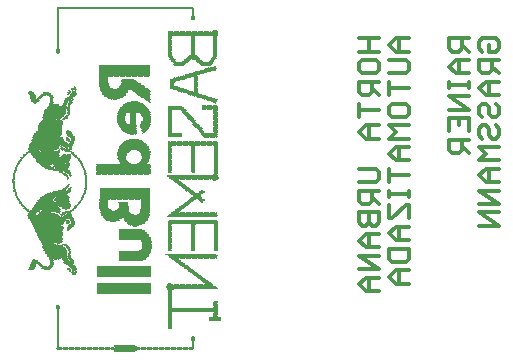
<source format=gbo>
G75*
G70*
%OFA0B0*%
%FSLAX24Y24*%
%IPPOS*%
%LPD*%
%AMOC8*
5,1,8,0,0,1.08239X$1,22.5*
%
%ADD10C,0.0120*%
%ADD11R,0.4560X0.0020*%
%ADD12R,0.4540X0.0020*%
%ADD13R,0.0060X0.0020*%
%ADD14R,0.0020X0.0020*%
%ADD15R,0.0040X0.0020*%
%ADD16R,0.0100X0.0020*%
%ADD17R,0.0120X0.0020*%
%ADD18R,0.0160X0.0020*%
%ADD19R,0.0140X0.0020*%
%ADD20R,0.0220X0.0020*%
%ADD21R,0.1620X0.0020*%
%ADD22R,0.1660X0.0020*%
%ADD23R,0.1640X0.0020*%
%ADD24R,0.0180X0.0020*%
%ADD25R,0.0280X0.0020*%
%ADD26R,0.0300X0.0020*%
%ADD27R,0.0360X0.0020*%
%ADD28R,0.0380X0.0020*%
%ADD29R,0.0420X0.0020*%
%ADD30R,0.0460X0.0020*%
%ADD31R,0.0480X0.0020*%
%ADD32R,0.0500X0.0020*%
%ADD33R,0.1700X0.0020*%
%ADD34R,0.0340X0.0020*%
%ADD35R,0.0200X0.0020*%
%ADD36R,0.0260X0.0020*%
%ADD37R,0.0320X0.0020*%
%ADD38R,0.0580X0.0020*%
%ADD39R,0.0400X0.0020*%
%ADD40R,0.0440X0.0020*%
%ADD41R,0.0520X0.0020*%
%ADD42R,0.0540X0.0020*%
%ADD43R,0.0560X0.0020*%
%ADD44R,0.0620X0.0020*%
%ADD45R,0.0660X0.0020*%
%ADD46R,0.0680X0.0020*%
%ADD47R,0.0700X0.0020*%
%ADD48R,0.0780X0.0020*%
%ADD49R,0.0800X0.0020*%
%ADD50R,0.0840X0.0020*%
%ADD51R,0.0880X0.0020*%
%ADD52R,0.0980X0.0020*%
%ADD53R,0.0600X0.0020*%
%ADD54R,0.0940X0.0020*%
%ADD55R,0.0920X0.0020*%
%ADD56R,0.0900X0.0020*%
%ADD57R,0.0080X0.0020*%
%ADD58R,0.0860X0.0020*%
%ADD59R,0.0820X0.0020*%
%ADD60R,0.0740X0.0020*%
%ADD61R,0.0640X0.0020*%
%ADD62R,0.1000X0.0020*%
%ADD63R,0.0720X0.0020*%
%ADD64R,0.1020X0.0020*%
%ADD65R,0.1040X0.0020*%
%ADD66R,0.1080X0.0020*%
%ADD67R,0.0240X0.0020*%
%ADD68R,0.0760X0.0020*%
%ADD69R,0.1060X0.0020*%
%ADD70R,0.1100X0.0020*%
%ADD71R,0.1140X0.0020*%
%ADD72R,0.1180X0.0020*%
%ADD73R,0.1220X0.0020*%
%ADD74R,0.1280X0.0020*%
%ADD75R,0.1440X0.0020*%
%ADD76R,0.0960X0.0020*%
%ADD77R,0.1240X0.0020*%
%ADD78R,0.1160X0.0020*%
%ADD79R,0.1120X0.0020*%
%ADD80R,0.1800X0.0020*%
%ADD81R,0.1780X0.0020*%
%ADD82R,0.1680X0.0020*%
%ADD83R,0.1580X0.0020*%
%ADD84R,0.1560X0.0020*%
%ADD85R,0.1600X0.0020*%
%ADD86R,0.1540X0.0020*%
%ADD87R,0.1500X0.0020*%
%ADD88R,0.1260X0.0020*%
%ADD89R,0.4580X0.0020*%
D10*
X018412Y006318D02*
X018635Y006095D01*
X019080Y006095D01*
X018746Y006095D02*
X018746Y006540D01*
X018635Y006540D02*
X018412Y006318D01*
X018635Y006540D02*
X019080Y006540D01*
X019412Y006559D02*
X019635Y006337D01*
X020080Y006337D01*
X019746Y006337D02*
X019746Y006782D01*
X019635Y006782D02*
X019412Y006559D01*
X019635Y006782D02*
X020080Y006782D01*
X019969Y007062D02*
X019523Y007062D01*
X019412Y007173D01*
X019412Y007507D01*
X020080Y007507D01*
X020080Y007173D01*
X019969Y007062D01*
X019080Y007265D02*
X018412Y007265D01*
X019080Y006820D01*
X018412Y006820D01*
X018635Y007545D02*
X019080Y007545D01*
X018746Y007545D02*
X018746Y007990D01*
X018635Y007990D02*
X018412Y007768D01*
X018635Y007545D01*
X018635Y007990D02*
X019080Y007990D01*
X019412Y008009D02*
X019635Y007787D01*
X020080Y007787D01*
X019746Y007787D02*
X019746Y008232D01*
X019635Y008232D02*
X019412Y008009D01*
X019635Y008232D02*
X020080Y008232D01*
X020080Y008512D02*
X020080Y008957D01*
X019969Y008957D01*
X019523Y008512D01*
X019412Y008512D01*
X019412Y008957D01*
X019080Y008995D02*
X018857Y009218D01*
X018857Y009106D02*
X018857Y009440D01*
X019080Y009440D02*
X018412Y009440D01*
X018412Y009106D01*
X018523Y008995D01*
X018746Y008995D01*
X018857Y009106D01*
X018746Y008715D02*
X018746Y008381D01*
X018857Y008270D01*
X018969Y008270D01*
X019080Y008381D01*
X019080Y008715D01*
X018412Y008715D01*
X018412Y008381D01*
X018523Y008270D01*
X018635Y008270D01*
X018746Y008381D01*
X019412Y009218D02*
X019412Y009440D01*
X019412Y009329D02*
X020080Y009329D01*
X020080Y009440D02*
X020080Y009218D01*
X019412Y009720D02*
X019412Y010165D01*
X019412Y009943D02*
X020080Y009943D01*
X020080Y010445D02*
X019635Y010445D01*
X019412Y010668D01*
X019635Y010890D01*
X020080Y010890D01*
X020080Y011170D02*
X019412Y011170D01*
X019635Y011393D01*
X019412Y011615D01*
X020080Y011615D01*
X019969Y011895D02*
X019523Y011895D01*
X019412Y012007D01*
X019412Y012229D01*
X019523Y012340D01*
X019969Y012340D01*
X020080Y012229D01*
X020080Y012007D01*
X019969Y011895D01*
X019080Y012118D02*
X018412Y012118D01*
X018412Y012340D02*
X018412Y011895D01*
X018635Y011615D02*
X018412Y011393D01*
X018635Y011170D01*
X019080Y011170D01*
X018746Y011170D02*
X018746Y011615D01*
X018635Y011615D02*
X019080Y011615D01*
X019746Y010890D02*
X019746Y010445D01*
X019080Y010054D02*
X019080Y009831D01*
X018969Y009720D01*
X018412Y009720D01*
X018412Y010165D02*
X018969Y010165D01*
X019080Y010054D01*
X021412Y010798D02*
X021523Y010687D01*
X021746Y010687D01*
X021857Y010798D01*
X021857Y011132D01*
X021857Y010909D02*
X022080Y010687D01*
X022412Y010890D02*
X022635Y010668D01*
X022412Y010445D01*
X023080Y010445D01*
X023080Y010165D02*
X022635Y010165D01*
X022412Y009943D01*
X022635Y009720D01*
X023080Y009720D01*
X023080Y009440D02*
X022412Y009440D01*
X023080Y008995D01*
X022412Y008995D01*
X022412Y008715D02*
X023080Y008270D01*
X022412Y008270D01*
X022412Y008715D02*
X023080Y008715D01*
X022746Y009720D02*
X022746Y010165D01*
X023080Y010890D02*
X022412Y010890D01*
X022523Y011170D02*
X022412Y011281D01*
X022412Y011504D01*
X022523Y011615D01*
X022635Y011615D01*
X022746Y011504D01*
X022746Y011281D01*
X022857Y011170D01*
X022969Y011170D01*
X023080Y011281D01*
X023080Y011504D01*
X022969Y011615D01*
X022969Y011895D02*
X023080Y012007D01*
X023080Y012229D01*
X022969Y012340D01*
X022746Y012229D02*
X022746Y012007D01*
X022857Y011895D01*
X022969Y011895D01*
X022746Y012229D02*
X022635Y012340D01*
X022523Y012340D01*
X022412Y012229D01*
X022412Y012007D01*
X022523Y011895D01*
X022080Y011857D02*
X022080Y011412D01*
X022080Y011132D02*
X021412Y011132D01*
X021412Y010798D01*
X021412Y011412D02*
X021412Y011857D01*
X022080Y011857D01*
X022080Y012137D02*
X021412Y012137D01*
X021746Y011857D02*
X021746Y011634D01*
X022080Y012137D02*
X021412Y012582D01*
X022080Y012582D01*
X022080Y012843D02*
X022080Y013066D01*
X022080Y012954D02*
X021412Y012954D01*
X021412Y012843D02*
X021412Y013066D01*
X021635Y013345D02*
X022080Y013345D01*
X022412Y013457D02*
X022523Y013345D01*
X022746Y013345D01*
X022857Y013457D01*
X022857Y013791D01*
X023080Y013791D02*
X022412Y013791D01*
X022412Y013457D01*
X022635Y013066D02*
X022412Y012843D01*
X022635Y012620D01*
X023080Y012620D01*
X022746Y012620D02*
X022746Y013066D01*
X022635Y013066D02*
X023080Y013066D01*
X023080Y013345D02*
X022857Y013568D01*
X022746Y014070D02*
X022746Y014293D01*
X022746Y014070D02*
X022969Y014070D01*
X023080Y014182D01*
X023080Y014404D01*
X022969Y014516D01*
X022523Y014516D01*
X022412Y014404D01*
X022412Y014182D01*
X022523Y014070D01*
X022080Y014070D02*
X021857Y014293D01*
X021857Y014182D02*
X021746Y014070D01*
X021523Y014070D01*
X021412Y014182D01*
X021412Y014516D01*
X022080Y014516D01*
X021857Y014516D02*
X021857Y014182D01*
X021746Y013791D02*
X021746Y013345D01*
X021635Y013345D02*
X021412Y013568D01*
X021635Y013791D01*
X022080Y013791D01*
X020080Y013679D02*
X020080Y013457D01*
X019969Y013345D01*
X019412Y013345D01*
X019080Y013457D02*
X018969Y013345D01*
X018523Y013345D01*
X018412Y013457D01*
X018412Y013679D01*
X018523Y013791D01*
X018969Y013791D01*
X019080Y013679D01*
X019080Y013457D01*
X019080Y013066D02*
X018412Y013066D01*
X018412Y012732D01*
X018523Y012620D01*
X018746Y012620D01*
X018857Y012732D01*
X018857Y013066D01*
X018857Y012843D02*
X019080Y012620D01*
X019412Y012620D02*
X019412Y013066D01*
X019412Y012843D02*
X020080Y012843D01*
X020080Y013679D02*
X019969Y013791D01*
X019412Y013791D01*
X019635Y014070D02*
X020080Y014070D01*
X019746Y014070D02*
X019746Y014516D01*
X019635Y014516D02*
X019412Y014293D01*
X019635Y014070D01*
X019635Y014516D02*
X020080Y014516D01*
X019080Y014516D02*
X018412Y014516D01*
X018746Y014516D02*
X018746Y014070D01*
X018412Y014070D02*
X019080Y014070D01*
D11*
X010610Y015516D03*
D12*
X010620Y015496D03*
D13*
X012860Y015456D03*
X012860Y015416D03*
X012860Y015376D03*
X012860Y015336D03*
X012860Y015296D03*
X012860Y015256D03*
X013600Y013556D03*
X011420Y012376D03*
X008940Y012736D03*
X008860Y012776D03*
X008780Y012736D03*
X008720Y012636D03*
X008860Y012456D03*
X008740Y012216D03*
X008740Y012176D03*
X008740Y012136D03*
X008700Y011416D03*
X008820Y010856D03*
X008800Y010836D03*
X008600Y010636D03*
X009060Y010456D03*
X009080Y010436D03*
X009100Y010416D03*
X009140Y010336D03*
X009160Y010316D03*
X009180Y010296D03*
X009180Y010256D03*
X009200Y010236D03*
X009220Y010216D03*
X009220Y010176D03*
X009240Y010156D03*
X009240Y010136D03*
X009240Y010116D03*
X009260Y010096D03*
X009260Y010056D03*
X009280Y010036D03*
X009280Y010016D03*
X009280Y009996D03*
X009300Y009976D03*
X009300Y009936D03*
X009300Y009916D03*
X009300Y009896D03*
X009300Y009856D03*
X009320Y009836D03*
X009320Y009796D03*
X009320Y009756D03*
X009320Y009716D03*
X009320Y009676D03*
X009320Y009636D03*
X009320Y009596D03*
X009300Y009576D03*
X009300Y009536D03*
X009300Y009516D03*
X009300Y009496D03*
X009300Y009456D03*
X009280Y009436D03*
X009280Y009396D03*
X009260Y009376D03*
X009260Y009356D03*
X009260Y009336D03*
X009240Y009316D03*
X009240Y009296D03*
X009240Y009276D03*
X009220Y009256D03*
X009200Y009196D03*
X009180Y009176D03*
X009160Y009116D03*
X009140Y009096D03*
X009080Y008996D03*
X009060Y008976D03*
X009040Y008956D03*
X009020Y008936D03*
X008860Y008776D03*
X008780Y008616D03*
X008640Y008796D03*
X008500Y008576D03*
X008500Y008216D03*
X008720Y008116D03*
X008760Y007396D03*
X008760Y007376D03*
X008760Y007356D03*
X008760Y007316D03*
X008720Y006836D03*
X008860Y006696D03*
X007460Y006776D03*
X008360Y005436D03*
X008360Y005396D03*
X008360Y005356D03*
X008360Y005316D03*
X008360Y005276D03*
X008360Y005236D03*
X008360Y005196D03*
X008360Y005156D03*
X008360Y005116D03*
X008360Y005076D03*
X008360Y005036D03*
X008360Y004996D03*
X008360Y004956D03*
X008360Y004916D03*
X008360Y004876D03*
X008360Y004836D03*
X008360Y004796D03*
X008360Y004756D03*
X008360Y004716D03*
X008360Y004676D03*
X008360Y004636D03*
X008360Y004596D03*
X008360Y004556D03*
X008360Y004516D03*
X008360Y004476D03*
X008360Y004436D03*
X008360Y004396D03*
X008360Y004356D03*
X008360Y004316D03*
X008360Y004276D03*
X008360Y004236D03*
X008360Y004196D03*
X008380Y004176D03*
X012120Y006316D03*
X012880Y004396D03*
X012880Y004356D03*
X012880Y004316D03*
X012880Y004276D03*
X012880Y004236D03*
X012880Y004196D03*
X007300Y008816D03*
X007260Y008856D03*
X007240Y008876D03*
X007220Y008896D03*
X007180Y008936D03*
X007100Y009056D03*
X007080Y009076D03*
X007060Y009096D03*
X007060Y009136D03*
X007040Y009156D03*
X007020Y009176D03*
X007020Y009216D03*
X007000Y009236D03*
X006980Y009256D03*
X006980Y009276D03*
X006980Y009296D03*
X006960Y009316D03*
X006960Y009336D03*
X006960Y009356D03*
X006940Y009376D03*
X006940Y009416D03*
X006920Y009436D03*
X006920Y009476D03*
X006920Y009516D03*
X006900Y009536D03*
X006900Y009576D03*
X006900Y009596D03*
X006900Y009616D03*
X006900Y009636D03*
X006900Y009656D03*
X006900Y009696D03*
X006900Y009736D03*
X006900Y009776D03*
X006900Y009816D03*
X006900Y009836D03*
X006900Y009856D03*
X006900Y009896D03*
X006920Y009916D03*
X006920Y009956D03*
X006920Y009976D03*
X006920Y009996D03*
X006940Y010016D03*
X006940Y010056D03*
X006960Y010076D03*
X006960Y010116D03*
X006980Y010136D03*
X006980Y010176D03*
X007000Y010216D03*
X007020Y010256D03*
X007040Y010296D03*
X007060Y010336D03*
X007100Y010376D03*
X007140Y010456D03*
X007160Y010476D03*
X007180Y010496D03*
X007300Y010616D03*
X008480Y010876D03*
X008500Y010856D03*
X008780Y009936D03*
X008800Y009916D03*
X008700Y009856D03*
X008720Y009596D03*
X008700Y009576D03*
X008780Y009496D03*
X008800Y009516D03*
X008700Y009096D03*
X013180Y009416D03*
X008940Y012856D03*
X008360Y013996D03*
X008360Y014156D03*
X008360Y014196D03*
X008360Y014236D03*
X008360Y014276D03*
X008360Y014316D03*
X008360Y014356D03*
X008360Y014396D03*
X008360Y014436D03*
X008360Y014476D03*
X008360Y014516D03*
X008360Y014556D03*
X008360Y014596D03*
X008360Y014636D03*
X008360Y014676D03*
X008360Y014716D03*
X008360Y014756D03*
X008360Y014796D03*
X008360Y014836D03*
X008360Y014876D03*
X008360Y014916D03*
X008360Y014956D03*
X008360Y014996D03*
X008360Y015036D03*
X008360Y015076D03*
X008360Y015116D03*
X008360Y015156D03*
X008360Y015196D03*
X008360Y015236D03*
X008360Y015276D03*
X008360Y015316D03*
X008360Y015356D03*
X008360Y015396D03*
X008360Y015436D03*
X008360Y015476D03*
D14*
X008360Y004136D03*
X008400Y004136D03*
X008440Y004136D03*
X008440Y004176D03*
X008480Y004176D03*
X008520Y004176D03*
X008560Y004176D03*
X008600Y004176D03*
X008640Y004176D03*
X008680Y004176D03*
X008720Y004176D03*
X008760Y004176D03*
X008800Y004176D03*
X008840Y004176D03*
X008880Y004176D03*
X008920Y004176D03*
X008960Y004176D03*
X009000Y004176D03*
X009040Y004176D03*
X009080Y004176D03*
X009120Y004176D03*
X009160Y004176D03*
X009200Y004176D03*
X009240Y004176D03*
X009280Y004176D03*
X009320Y004176D03*
X009360Y004176D03*
X009400Y004176D03*
X009440Y004176D03*
X009480Y004176D03*
X009520Y004176D03*
X009560Y004176D03*
X009600Y004176D03*
X009640Y004176D03*
X009680Y004176D03*
X009720Y004176D03*
X009760Y004176D03*
X009800Y004176D03*
X009840Y004176D03*
X009880Y004176D03*
X009920Y004176D03*
X009960Y004176D03*
X010000Y004176D03*
X010040Y004176D03*
X010080Y004176D03*
X010120Y004176D03*
X010160Y004176D03*
X010200Y004176D03*
X010240Y004176D03*
X010240Y004136D03*
X010200Y004136D03*
X010160Y004136D03*
X010120Y004136D03*
X010080Y004136D03*
X010040Y004136D03*
X010000Y004136D03*
X009960Y004136D03*
X009920Y004136D03*
X009880Y004136D03*
X009840Y004136D03*
X009800Y004136D03*
X009760Y004136D03*
X009720Y004136D03*
X009680Y004136D03*
X009640Y004136D03*
X009600Y004136D03*
X009560Y004136D03*
X009520Y004136D03*
X009480Y004136D03*
X009440Y004136D03*
X009400Y004136D03*
X009360Y004136D03*
X009320Y004136D03*
X009280Y004136D03*
X009240Y004136D03*
X009200Y004136D03*
X009160Y004136D03*
X009120Y004136D03*
X009080Y004136D03*
X009040Y004136D03*
X009000Y004136D03*
X008960Y004136D03*
X008920Y004136D03*
X008880Y004136D03*
X008840Y004136D03*
X008800Y004136D03*
X008760Y004136D03*
X008720Y004136D03*
X008680Y004136D03*
X008640Y004136D03*
X008600Y004136D03*
X008560Y004136D03*
X008520Y004136D03*
X008480Y004136D03*
X008380Y005596D03*
X008340Y005596D03*
X008920Y006616D03*
X008960Y006616D03*
X008920Y006696D03*
X008920Y006736D03*
X008860Y006756D03*
X008860Y006716D03*
X008780Y006716D03*
X008660Y006956D03*
X008400Y007136D03*
X008020Y006876D03*
X008040Y006776D03*
X008000Y006776D03*
X007960Y006776D03*
X007680Y007096D03*
X007620Y007116D03*
X007580Y007116D03*
X007520Y006776D03*
X007400Y006776D03*
X008300Y007636D03*
X008360Y007656D03*
X008400Y007656D03*
X008440Y007656D03*
X008360Y007616D03*
X008660Y007636D03*
X008540Y008236D03*
X008700Y008436D03*
X008740Y008436D03*
X008720Y008616D03*
X008680Y008616D03*
X008640Y008776D03*
X008440Y008656D03*
X008500Y008556D03*
X008280Y008656D03*
X008240Y008656D03*
X008180Y008716D03*
X008140Y009356D03*
X008420Y009436D03*
X008640Y009416D03*
X008800Y009536D03*
X008740Y009636D03*
X008700Y009796D03*
X008720Y009816D03*
X008800Y009896D03*
X008300Y010156D03*
X008100Y010116D03*
X008060Y010116D03*
X008280Y010776D03*
X008440Y010776D03*
X008520Y010776D03*
X008540Y010756D03*
X008660Y010836D03*
X008700Y010836D03*
X008760Y010856D03*
X008660Y011196D03*
X008480Y011256D03*
X008440Y011256D03*
X008700Y011436D03*
X008560Y011776D03*
X008440Y011776D03*
X008400Y011776D03*
X008360Y011776D03*
X008320Y011776D03*
X007640Y012336D03*
X007600Y012336D03*
X007980Y012596D03*
X008740Y012756D03*
X008780Y012756D03*
X008860Y012756D03*
X008980Y012756D03*
X008940Y012876D03*
X010100Y013236D03*
X010140Y013236D03*
X010180Y013236D03*
X010220Y013236D03*
X010260Y013236D03*
X010300Y013236D03*
X010340Y013236D03*
X010380Y013236D03*
X010420Y013236D03*
X010460Y013236D03*
X010500Y013236D03*
X010540Y013236D03*
X010580Y013236D03*
X010620Y013236D03*
X010660Y013236D03*
X010700Y013236D03*
X010740Y013236D03*
X010780Y013236D03*
X010820Y013236D03*
X010860Y013236D03*
X010900Y013236D03*
X010940Y013236D03*
X010980Y013236D03*
X011020Y013236D03*
X011060Y013236D03*
X011100Y013236D03*
X011140Y013236D03*
X011180Y013236D03*
X011220Y013236D03*
X011260Y013236D03*
X011300Y013236D03*
X011340Y013236D03*
X011380Y013236D03*
X011420Y013236D03*
X012280Y013176D03*
X012400Y013216D03*
X012440Y013096D03*
X012320Y013056D03*
X012260Y013036D03*
X012320Y012896D03*
X012440Y012856D03*
X012560Y012816D03*
X012680Y012776D03*
X012520Y012696D03*
X012400Y012736D03*
X012820Y012596D03*
X012940Y012556D03*
X013140Y012636D03*
X013260Y012596D03*
X013380Y012556D03*
X013280Y012456D03*
X013280Y012256D03*
X013320Y012256D03*
X013360Y012256D03*
X013400Y012256D03*
X013440Y012256D03*
X013480Y012256D03*
X013520Y012256D03*
X013560Y012256D03*
X013600Y012256D03*
X013640Y012256D03*
X013680Y012256D03*
X013640Y012336D03*
X013520Y012136D03*
X013480Y012136D03*
X013440Y012136D03*
X013400Y012136D03*
X013360Y012136D03*
X013320Y012136D03*
X013280Y012136D03*
X013240Y012136D03*
X013200Y012136D03*
X013200Y012256D03*
X013240Y012256D03*
X012420Y012116D03*
X012380Y012116D03*
X012340Y012116D03*
X012300Y012116D03*
X012260Y012116D03*
X012220Y012116D03*
X011040Y012376D03*
X010980Y012396D03*
X010940Y012396D03*
X010900Y012396D03*
X010860Y012396D03*
X010700Y012356D03*
X010160Y012456D03*
X010200Y012816D03*
X010800Y011296D03*
X010840Y011296D03*
X010880Y011296D03*
X010920Y011296D03*
X010960Y011296D03*
X010960Y011136D03*
X010920Y011136D03*
X010880Y011136D03*
X010680Y011096D03*
X010600Y011056D03*
X010820Y010756D03*
X010880Y010776D03*
X010960Y010776D03*
X011120Y011096D03*
X011220Y011316D03*
X011200Y011336D03*
X012080Y011056D03*
X012120Y011056D03*
X012160Y011056D03*
X012200Y011056D03*
X012240Y011056D03*
X012280Y011056D03*
X012320Y011056D03*
X012360Y011056D03*
X012400Y011056D03*
X012440Y011056D03*
X012480Y011056D03*
X012520Y011056D03*
X012560Y011056D03*
X012600Y011056D03*
X012640Y011056D03*
X012680Y011056D03*
X012720Y011056D03*
X012760Y011056D03*
X012800Y011056D03*
X012840Y011056D03*
X012880Y011056D03*
X012920Y011056D03*
X012960Y011056D03*
X013000Y011056D03*
X013040Y011056D03*
X013080Y011056D03*
X013120Y011056D03*
X013160Y011056D03*
X013200Y011056D03*
X013240Y011056D03*
X013280Y011056D03*
X013320Y011056D03*
X013360Y011056D03*
X013400Y011056D03*
X013440Y011056D03*
X013480Y011056D03*
X013520Y011056D03*
X013560Y011056D03*
X013600Y011056D03*
X013640Y011056D03*
X013680Y011056D03*
X013660Y011196D03*
X013620Y011196D03*
X013580Y011196D03*
X013540Y011196D03*
X013500Y011196D03*
X013460Y011196D03*
X013420Y011196D03*
X013380Y011196D03*
X013340Y011196D03*
X013300Y011196D03*
X013260Y011196D03*
X013280Y010936D03*
X013320Y010936D03*
X013360Y010936D03*
X013400Y010936D03*
X013440Y010936D03*
X013480Y010936D03*
X013520Y010936D03*
X013240Y010936D03*
X013200Y010936D03*
X013160Y010936D03*
X013120Y010936D03*
X013080Y010936D03*
X013040Y010936D03*
X013000Y010936D03*
X012800Y010936D03*
X012760Y010936D03*
X012720Y010936D03*
X012680Y010936D03*
X012640Y010936D03*
X012600Y010936D03*
X012560Y010936D03*
X012520Y010936D03*
X012480Y010936D03*
X012440Y010936D03*
X012400Y010936D03*
X012360Y010936D03*
X012320Y010936D03*
X012280Y010936D03*
X012240Y010936D03*
X012180Y010036D03*
X012140Y010036D03*
X012100Y010036D03*
X012060Y010036D03*
X012420Y009796D03*
X012460Y009796D03*
X012500Y009796D03*
X012540Y009796D03*
X012580Y009796D03*
X012620Y009796D03*
X012660Y009796D03*
X012700Y009796D03*
X012740Y009796D03*
X012780Y009796D03*
X012820Y009796D03*
X012860Y009796D03*
X012900Y009796D03*
X012940Y009796D03*
X012980Y009796D03*
X013020Y009796D03*
X013060Y009796D03*
X013100Y009796D03*
X013140Y009796D03*
X013180Y009796D03*
X013220Y009796D03*
X013260Y009796D03*
X013300Y009796D03*
X013340Y009796D03*
X013380Y009796D03*
X013420Y009796D03*
X013460Y009796D03*
X012940Y010036D03*
X012900Y010036D03*
X012860Y010036D03*
X012660Y009396D03*
X012660Y008676D03*
X012620Y008676D03*
X012580Y008676D03*
X012540Y008676D03*
X012500Y008676D03*
X012460Y008676D03*
X012420Y008676D03*
X012700Y008676D03*
X012740Y008676D03*
X012780Y008676D03*
X012820Y008676D03*
X012860Y008676D03*
X012900Y008676D03*
X012940Y008676D03*
X012980Y008676D03*
X013020Y008676D03*
X013060Y008676D03*
X013100Y008676D03*
X013140Y008676D03*
X013180Y008676D03*
X013220Y008676D03*
X013260Y008676D03*
X013300Y008676D03*
X013340Y008676D03*
X013380Y008676D03*
X013420Y008676D03*
X013460Y008676D03*
X013500Y008676D03*
X013540Y008676D03*
X013580Y008676D03*
X013620Y008676D03*
X013660Y008676D03*
X013680Y007416D03*
X013640Y007416D03*
X013600Y007416D03*
X013620Y007156D03*
X013660Y007156D03*
X013580Y007156D03*
X013540Y007156D03*
X013500Y007156D03*
X013460Y007156D03*
X013420Y007156D03*
X013380Y007156D03*
X013340Y007156D03*
X013300Y007156D03*
X013260Y007156D03*
X013220Y007156D03*
X013180Y007156D03*
X013140Y007156D03*
X013100Y007156D03*
X013060Y007156D03*
X013020Y007156D03*
X012980Y007156D03*
X012940Y007156D03*
X012900Y007156D03*
X012860Y007156D03*
X012820Y007156D03*
X012780Y007156D03*
X012740Y007156D03*
X012700Y007156D03*
X012660Y007156D03*
X012620Y007156D03*
X012580Y007156D03*
X012540Y007156D03*
X012500Y007156D03*
X012460Y007156D03*
X012420Y007156D03*
X012160Y007416D03*
X012120Y007416D03*
X012080Y007416D03*
X012840Y007416D03*
X012880Y007416D03*
X012920Y007416D03*
X012940Y006276D03*
X012900Y006276D03*
X012860Y006276D03*
X012820Y006276D03*
X012780Y006276D03*
X012740Y006276D03*
X012700Y006276D03*
X012660Y006276D03*
X012620Y006276D03*
X012580Y006276D03*
X012540Y006276D03*
X012500Y006276D03*
X012460Y006276D03*
X012420Y006276D03*
X012380Y006276D03*
X012340Y006276D03*
X012300Y006276D03*
X012260Y006276D03*
X012060Y006316D03*
X012040Y006296D03*
X012980Y006276D03*
X013020Y006276D03*
X013060Y006276D03*
X013100Y006276D03*
X013140Y006276D03*
X013180Y006276D03*
X013220Y006276D03*
X013260Y006276D03*
X013300Y006276D03*
X013600Y005736D03*
X013640Y005736D03*
X013680Y005736D03*
X013700Y005076D03*
X013740Y005076D03*
X013780Y005076D03*
X013820Y005076D03*
X013660Y005076D03*
X013620Y005076D03*
X013580Y005076D03*
X013540Y005076D03*
X013500Y005076D03*
X013460Y005076D03*
X012900Y004556D03*
X012860Y004556D03*
X012840Y004176D03*
X012800Y004176D03*
X012760Y004176D03*
X012720Y004176D03*
X012680Y004176D03*
X012640Y004176D03*
X012600Y004176D03*
X012560Y004176D03*
X012520Y004176D03*
X012480Y004176D03*
X012440Y004176D03*
X012400Y004176D03*
X012360Y004176D03*
X012320Y004176D03*
X012280Y004176D03*
X012240Y004176D03*
X012200Y004176D03*
X012160Y004176D03*
X012120Y004176D03*
X012080Y004176D03*
X012040Y004176D03*
X012000Y004176D03*
X011960Y004176D03*
X011920Y004176D03*
X011880Y004176D03*
X011840Y004176D03*
X011800Y004176D03*
X011760Y004176D03*
X011720Y004176D03*
X011680Y004176D03*
X011640Y004176D03*
X011600Y004176D03*
X011560Y004176D03*
X011520Y004176D03*
X011480Y004176D03*
X011440Y004176D03*
X011400Y004176D03*
X011360Y004176D03*
X011320Y004176D03*
X011280Y004176D03*
X011240Y004176D03*
X011200Y004176D03*
X011160Y004176D03*
X011120Y004176D03*
X011080Y004176D03*
X011040Y004176D03*
X011040Y004136D03*
X011080Y004136D03*
X011120Y004136D03*
X011160Y004136D03*
X011200Y004136D03*
X011240Y004136D03*
X011280Y004136D03*
X011320Y004136D03*
X011360Y004136D03*
X011400Y004136D03*
X011440Y004136D03*
X011480Y004136D03*
X011520Y004136D03*
X011560Y004136D03*
X011600Y004136D03*
X011640Y004136D03*
X011680Y004136D03*
X011720Y004136D03*
X011760Y004136D03*
X011800Y004136D03*
X011840Y004136D03*
X011880Y004136D03*
X011920Y004136D03*
X011960Y004136D03*
X012000Y004136D03*
X012040Y004136D03*
X012080Y004136D03*
X012120Y004136D03*
X012160Y004136D03*
X012200Y004136D03*
X012240Y004136D03*
X012280Y004136D03*
X012320Y004136D03*
X012360Y004136D03*
X012400Y004136D03*
X012440Y004136D03*
X012480Y004136D03*
X012520Y004136D03*
X012560Y004136D03*
X012600Y004136D03*
X012640Y004136D03*
X012680Y004136D03*
X012720Y004136D03*
X012760Y004136D03*
X012800Y004136D03*
X012840Y004136D03*
X012880Y004136D03*
X011000Y004136D03*
X011140Y007076D03*
X011180Y007076D03*
X011180Y008116D03*
X011080Y008256D03*
X011020Y008236D03*
X010980Y008236D03*
X010940Y008236D03*
X010900Y008236D03*
X010800Y008256D03*
X010740Y008276D03*
X010360Y008416D03*
X010240Y008736D03*
X010420Y009036D03*
X010460Y009036D03*
X010500Y009036D03*
X010540Y009036D03*
X010580Y009036D03*
X010620Y009036D03*
X010660Y009036D03*
X010700Y009036D03*
X010720Y009136D03*
X010680Y009136D03*
X010640Y009136D03*
X010600Y009136D03*
X010560Y009136D03*
X010520Y009136D03*
X010480Y009136D03*
X010440Y009136D03*
X010400Y009136D03*
X010360Y009136D03*
X010320Y009136D03*
X010280Y009136D03*
X010240Y009136D03*
X010200Y009136D03*
X010160Y009136D03*
X010120Y009136D03*
X010080Y009136D03*
X010080Y009496D03*
X010120Y009496D03*
X010160Y009496D03*
X010200Y009496D03*
X010240Y009496D03*
X010280Y009496D03*
X010320Y009496D03*
X010360Y009496D03*
X010400Y009496D03*
X010440Y009496D03*
X010480Y009496D03*
X010520Y009496D03*
X010560Y009496D03*
X010600Y009496D03*
X010640Y009496D03*
X010680Y009496D03*
X010720Y009496D03*
X010760Y009496D03*
X010800Y009496D03*
X010840Y009496D03*
X010880Y009496D03*
X010920Y009496D03*
X010960Y009496D03*
X011000Y009496D03*
X011040Y009496D03*
X011080Y009496D03*
X011120Y009496D03*
X011160Y009496D03*
X011200Y009496D03*
X011240Y009496D03*
X011280Y009496D03*
X011320Y009496D03*
X011360Y009496D03*
X011400Y009496D03*
X011440Y009496D03*
X011120Y009136D03*
X011080Y009136D03*
X011040Y009136D03*
X011000Y009136D03*
X010960Y009136D03*
X010920Y009136D03*
X010880Y009136D03*
X010840Y009136D03*
X010800Y009136D03*
X010760Y009136D03*
X010040Y009496D03*
X010000Y009496D03*
X009960Y009496D03*
X009920Y009496D03*
X009880Y009496D03*
X009840Y009496D03*
X009800Y009496D03*
X009820Y009956D03*
X009860Y009956D03*
X009900Y009956D03*
X009940Y009956D03*
X009980Y009956D03*
X010020Y009956D03*
X010060Y009956D03*
X010100Y009956D03*
X010140Y009956D03*
X010180Y009956D03*
X010220Y009956D03*
X010260Y009956D03*
X010300Y009956D03*
X010340Y009956D03*
X010380Y009956D03*
X010420Y009956D03*
X010460Y009956D03*
X010500Y009956D03*
X010540Y009956D03*
X010580Y009956D03*
X010620Y009956D03*
X010660Y009956D03*
X010700Y009956D03*
X010740Y009956D03*
X010780Y009956D03*
X010820Y009956D03*
X010860Y009956D03*
X010900Y009956D03*
X010940Y009956D03*
X010980Y009956D03*
X011020Y009956D03*
X011060Y009956D03*
X011100Y009956D03*
X011140Y009956D03*
X011180Y009956D03*
X011220Y009956D03*
X011260Y009956D03*
X011300Y009956D03*
X011340Y009956D03*
X011380Y009956D03*
X011420Y009956D03*
X010440Y010296D03*
X010400Y010296D03*
X010360Y010296D03*
X010320Y010296D03*
X010280Y010296D03*
X010240Y010296D03*
X010200Y010296D03*
X010160Y010296D03*
X010120Y010296D03*
X010080Y010296D03*
X010040Y010296D03*
X010000Y010296D03*
X009960Y010296D03*
X009920Y010296D03*
X009880Y010296D03*
X009840Y010296D03*
X009800Y010296D03*
X009760Y010296D03*
X009720Y010296D03*
X009680Y010296D03*
X009700Y009956D03*
X009740Y009956D03*
X009780Y009956D03*
X009660Y009956D03*
X007240Y010616D03*
X012600Y013136D03*
X012560Y013256D03*
X012680Y013296D03*
X012720Y013176D03*
X012960Y013376D03*
X013140Y013436D03*
X013220Y013316D03*
X013400Y013376D03*
X013420Y013516D03*
X012900Y013796D03*
X012860Y013796D03*
X012820Y013796D03*
X012820Y014716D03*
X012860Y014716D03*
X012900Y014716D03*
X012940Y014716D03*
X012980Y014716D03*
X013020Y014716D03*
X013060Y014716D03*
X013100Y014716D03*
X013140Y014716D03*
X013180Y014716D03*
X013220Y014716D03*
X013260Y014716D03*
X013300Y014716D03*
X013340Y014716D03*
X013380Y014716D03*
X013420Y014716D03*
X013460Y014716D03*
X012780Y014716D03*
X012740Y014716D03*
X012700Y014716D03*
X012660Y014716D03*
X012620Y014716D03*
X012580Y014716D03*
X012540Y014716D03*
X012500Y014716D03*
X012460Y014716D03*
X012420Y014716D03*
X012380Y014716D03*
X012340Y014716D03*
X012300Y014716D03*
X012260Y014716D03*
X012220Y014716D03*
X012180Y014716D03*
X012140Y014716D03*
X012100Y014716D03*
X012060Y014716D03*
X012060Y015476D03*
X012100Y015476D03*
X012140Y015476D03*
X012180Y015476D03*
X012220Y015476D03*
X012260Y015476D03*
X012300Y015476D03*
X012340Y015476D03*
X012380Y015476D03*
X012420Y015476D03*
X012460Y015476D03*
X012500Y015476D03*
X012540Y015476D03*
X012580Y015476D03*
X012620Y015476D03*
X012660Y015476D03*
X012700Y015476D03*
X012740Y015476D03*
X012780Y015476D03*
X012820Y015476D03*
X012020Y015476D03*
X011980Y015476D03*
X011940Y015476D03*
X011900Y015476D03*
X011860Y015476D03*
X011820Y015476D03*
X011780Y015476D03*
X011740Y015476D03*
X011700Y015476D03*
X011660Y015476D03*
X011620Y015476D03*
X011580Y015476D03*
X011540Y015476D03*
X011500Y015476D03*
X011460Y015476D03*
X011420Y015476D03*
X011380Y015476D03*
X011340Y015476D03*
X011300Y015476D03*
X011260Y015476D03*
X011220Y015476D03*
X011180Y015476D03*
X011140Y015476D03*
X011100Y015476D03*
X011060Y015476D03*
X011020Y015476D03*
X010980Y015476D03*
X010940Y015476D03*
X010900Y015476D03*
X010860Y015476D03*
X010820Y015476D03*
X010780Y015476D03*
X010740Y015476D03*
X010700Y015476D03*
X010660Y015476D03*
X010620Y015476D03*
X010580Y015476D03*
X010540Y015476D03*
X010500Y015476D03*
X010460Y015476D03*
X010420Y015476D03*
X010380Y015476D03*
X010340Y015476D03*
X010300Y015476D03*
X010260Y015476D03*
X010220Y015476D03*
X010180Y015476D03*
X010140Y015476D03*
X010100Y015476D03*
X010060Y015476D03*
X010020Y015476D03*
X009980Y015476D03*
X009940Y015476D03*
X009900Y015476D03*
X009860Y015476D03*
X009820Y015476D03*
X009780Y015476D03*
X009740Y015476D03*
X009700Y015476D03*
X009660Y015476D03*
X009620Y015476D03*
X009580Y015476D03*
X009540Y015476D03*
X009500Y015476D03*
X009460Y015476D03*
X009420Y015476D03*
X009380Y015476D03*
X009340Y015476D03*
X009300Y015476D03*
X009260Y015476D03*
X009220Y015476D03*
X009180Y015476D03*
X009140Y015476D03*
X009100Y015476D03*
X009060Y015476D03*
X009020Y015476D03*
X008980Y015476D03*
X008940Y015476D03*
X008900Y015476D03*
X008860Y015476D03*
X008820Y015476D03*
X008780Y015476D03*
X008740Y015476D03*
X008700Y015476D03*
X008660Y015476D03*
X008620Y015476D03*
X008580Y015476D03*
X008540Y015476D03*
X008500Y015476D03*
X008460Y015476D03*
X008420Y015476D03*
D15*
X008370Y015456D03*
X008370Y015416D03*
X008370Y015376D03*
X008370Y015336D03*
X008370Y015296D03*
X008370Y015256D03*
X008370Y015216D03*
X008370Y015176D03*
X008370Y015136D03*
X008370Y015096D03*
X008370Y015056D03*
X008370Y015016D03*
X008370Y014976D03*
X008370Y014936D03*
X008370Y014896D03*
X008370Y014856D03*
X008370Y014816D03*
X008370Y014776D03*
X008370Y014736D03*
X008370Y014696D03*
X008370Y014656D03*
X008370Y014616D03*
X008370Y014576D03*
X008370Y014536D03*
X008370Y014496D03*
X008370Y014456D03*
X008370Y014416D03*
X008370Y014376D03*
X008370Y014336D03*
X008370Y014296D03*
X008370Y014256D03*
X008370Y014216D03*
X008370Y014176D03*
X008370Y014136D03*
X011430Y012356D03*
X008730Y011056D03*
X008670Y011176D03*
X006910Y009936D03*
X006910Y009496D03*
X006930Y009456D03*
X008730Y009616D03*
X008710Y009836D03*
X009310Y009816D03*
X009310Y009776D03*
X009310Y009736D03*
X009310Y009696D03*
X009310Y009656D03*
X009310Y009616D03*
X009270Y009416D03*
X008710Y008096D03*
X008970Y006736D03*
X008370Y005416D03*
X008370Y005376D03*
X008370Y005336D03*
X008370Y005296D03*
X008370Y005256D03*
X008370Y005216D03*
X008370Y005176D03*
X008370Y005136D03*
X008370Y005096D03*
X008370Y005056D03*
X008370Y005016D03*
X008370Y004976D03*
X008370Y004936D03*
X008370Y004896D03*
X008370Y004856D03*
X008370Y004816D03*
X008370Y004776D03*
X008370Y004736D03*
X008370Y004696D03*
X008370Y004656D03*
X008370Y004616D03*
X008370Y004576D03*
X008370Y004536D03*
X008370Y004496D03*
X008370Y004456D03*
X008370Y004416D03*
X008370Y004376D03*
X008370Y004336D03*
X008370Y004296D03*
X008370Y004256D03*
X008370Y004216D03*
X012890Y004216D03*
X012890Y004256D03*
X012890Y004296D03*
X012890Y004336D03*
X012890Y004376D03*
X012890Y004176D03*
X013170Y009036D03*
X012870Y015276D03*
X012870Y015316D03*
X012870Y015356D03*
X012870Y015396D03*
X012870Y015436D03*
X012870Y015476D03*
D16*
X012860Y015236D03*
X012860Y015116D03*
X012120Y014576D03*
X012120Y014536D03*
X012120Y014496D03*
X012120Y014456D03*
X012120Y014416D03*
X012120Y014376D03*
X012120Y014336D03*
X012120Y014296D03*
X012120Y014256D03*
X012120Y014216D03*
X012120Y014176D03*
X012120Y014136D03*
X012120Y014096D03*
X012120Y014056D03*
X012120Y014016D03*
X012120Y013976D03*
X012120Y013936D03*
X012120Y013896D03*
X012960Y013216D03*
X012960Y013176D03*
X012960Y013136D03*
X012960Y013096D03*
X012960Y013056D03*
X012960Y013016D03*
X012960Y012976D03*
X012960Y012936D03*
X012960Y012896D03*
X012960Y012856D03*
X012960Y012816D03*
X012960Y012776D03*
X012960Y012736D03*
X013600Y012376D03*
X013620Y012356D03*
X012120Y010896D03*
X012120Y010856D03*
X012120Y010816D03*
X012120Y010776D03*
X012120Y010736D03*
X012120Y010696D03*
X012120Y010656D03*
X012120Y010616D03*
X012120Y010576D03*
X012120Y010536D03*
X012120Y010496D03*
X012120Y010456D03*
X012120Y010416D03*
X012120Y010376D03*
X012120Y010336D03*
X012120Y010296D03*
X012120Y010256D03*
X012120Y010216D03*
X012120Y010176D03*
X012120Y010136D03*
X012120Y010096D03*
X012120Y010056D03*
X013160Y009056D03*
X013620Y009756D03*
X012120Y008296D03*
X012120Y008256D03*
X012120Y008216D03*
X012120Y008176D03*
X012120Y008136D03*
X012120Y008096D03*
X012120Y008056D03*
X012120Y008016D03*
X012120Y007976D03*
X012120Y007936D03*
X012120Y007896D03*
X012120Y007856D03*
X012120Y007816D03*
X012120Y007776D03*
X012120Y007736D03*
X012120Y007696D03*
X012120Y007656D03*
X012120Y007616D03*
X012120Y007576D03*
X012120Y007536D03*
X012120Y007496D03*
X012120Y007456D03*
X008940Y006756D03*
X008760Y006776D03*
X008740Y006796D03*
X008860Y007036D03*
X008800Y007136D03*
X008780Y007176D03*
X008780Y007196D03*
X008760Y007216D03*
X008760Y007236D03*
X008760Y007256D03*
X008760Y007456D03*
X008740Y007476D03*
X008720Y007536D03*
X008700Y007556D03*
X008680Y007576D03*
X008580Y007636D03*
X008320Y007136D03*
X008160Y007096D03*
X008160Y007056D03*
X008160Y007016D03*
X008160Y006976D03*
X008160Y006936D03*
X007800Y006936D03*
X007760Y006976D03*
X007600Y007096D03*
X008700Y008316D03*
X008720Y008336D03*
X008720Y008376D03*
X008720Y008416D03*
X008860Y008396D03*
X008800Y008736D03*
X008940Y008836D03*
X008960Y008856D03*
X008980Y008876D03*
X009020Y008916D03*
X008700Y009076D03*
X008700Y009116D03*
X008680Y009136D03*
X008620Y008816D03*
X008520Y008616D03*
X008760Y009456D03*
X008780Y009476D03*
X008700Y009556D03*
X008680Y009536D03*
X008660Y009516D03*
X008640Y009496D03*
X008660Y009916D03*
X008640Y009936D03*
X008740Y009996D03*
X008740Y010016D03*
X008520Y010016D03*
X009060Y010476D03*
X009020Y010516D03*
X009000Y010536D03*
X008980Y010556D03*
X008960Y010576D03*
X008940Y010596D03*
X008920Y010616D03*
X008900Y010636D03*
X008880Y010656D03*
X008860Y010676D03*
X008740Y010636D03*
X008660Y010716D03*
X008600Y010616D03*
X008680Y010856D03*
X008840Y011016D03*
X008860Y011076D03*
X008880Y011136D03*
X008700Y011156D03*
X008580Y011796D03*
X008600Y011816D03*
X008660Y011876D03*
X008700Y011916D03*
X008740Y011996D03*
X008740Y012036D03*
X008740Y012076D03*
X008740Y012116D03*
X008740Y012156D03*
X008740Y012196D03*
X008760Y012276D03*
X008780Y012316D03*
X008800Y012336D03*
X008820Y012376D03*
X008820Y012396D03*
X008840Y012416D03*
X008740Y012676D03*
X008760Y012696D03*
X008180Y012476D03*
X008180Y012456D03*
X008180Y012436D03*
X008180Y012416D03*
X008180Y012396D03*
X008160Y012376D03*
X008160Y012336D03*
X008160Y012296D03*
X008160Y012496D03*
X008160Y012536D03*
X007800Y012536D03*
X007760Y012496D03*
X007740Y012476D03*
X007720Y012456D03*
X007460Y012716D03*
X008360Y014016D03*
X011240Y011376D03*
X007300Y010636D03*
X007260Y010596D03*
X007180Y010516D03*
X007100Y010396D03*
X006940Y009396D03*
X007060Y009116D03*
X007140Y008996D03*
X007360Y008776D03*
X007380Y008756D03*
X007400Y008736D03*
X008360Y005576D03*
X012880Y004536D03*
D17*
X012890Y004456D03*
X012110Y004836D03*
X012110Y004856D03*
X012110Y004876D03*
X012110Y004896D03*
X012110Y004916D03*
X012110Y004936D03*
X012110Y004956D03*
X012110Y004976D03*
X012110Y004996D03*
X012110Y005016D03*
X012110Y005036D03*
X012110Y005056D03*
X012110Y005076D03*
X012110Y005096D03*
X012110Y005116D03*
X012110Y005136D03*
X012110Y005156D03*
X012110Y005176D03*
X012110Y005196D03*
X012110Y005216D03*
X012110Y005236D03*
X012110Y005256D03*
X012110Y005276D03*
X012110Y005296D03*
X012110Y005316D03*
X012110Y005336D03*
X012110Y005356D03*
X012110Y005376D03*
X012110Y005516D03*
X012110Y005536D03*
X012110Y005556D03*
X012110Y005576D03*
X012110Y005596D03*
X012110Y005616D03*
X012110Y005636D03*
X012110Y005656D03*
X012110Y005676D03*
X012110Y005696D03*
X012110Y005716D03*
X012110Y005736D03*
X012110Y005756D03*
X012110Y005776D03*
X012110Y005796D03*
X012110Y005816D03*
X012110Y005836D03*
X012110Y005856D03*
X012110Y005876D03*
X012110Y005896D03*
X012110Y005916D03*
X012110Y005936D03*
X012110Y005956D03*
X012110Y005976D03*
X012110Y005996D03*
X012110Y006016D03*
X012110Y006036D03*
X012110Y006056D03*
X012110Y006076D03*
X013630Y005716D03*
X013630Y005676D03*
X013630Y005636D03*
X013630Y005596D03*
X013630Y005556D03*
X013630Y005516D03*
X013630Y005356D03*
X013630Y005316D03*
X013630Y005276D03*
X013630Y005236D03*
X013630Y007436D03*
X013630Y007456D03*
X013630Y007476D03*
X013630Y007496D03*
X013630Y007516D03*
X013630Y007536D03*
X013630Y007556D03*
X013630Y007576D03*
X013630Y007596D03*
X013630Y007616D03*
X013630Y007636D03*
X013630Y007656D03*
X013630Y007676D03*
X013630Y007696D03*
X013630Y007716D03*
X013630Y007736D03*
X013630Y007756D03*
X013630Y007776D03*
X013630Y007796D03*
X013630Y007816D03*
X013630Y007836D03*
X013630Y007856D03*
X013630Y007876D03*
X013630Y007896D03*
X013630Y007916D03*
X013630Y007936D03*
X013630Y007956D03*
X013630Y007976D03*
X013630Y007996D03*
X013630Y008016D03*
X013630Y008036D03*
X013630Y008056D03*
X013630Y008076D03*
X013630Y008096D03*
X013630Y008116D03*
X013630Y008136D03*
X013630Y008156D03*
X013630Y008176D03*
X013630Y008196D03*
X013630Y008216D03*
X013630Y008236D03*
X013630Y008256D03*
X013630Y008276D03*
X013630Y008296D03*
X012890Y008276D03*
X012890Y008256D03*
X012890Y008236D03*
X012890Y008216D03*
X012890Y008196D03*
X012890Y008176D03*
X012890Y008156D03*
X012890Y008136D03*
X012890Y008116D03*
X012890Y008096D03*
X012890Y008076D03*
X012890Y008056D03*
X012890Y008036D03*
X012890Y008016D03*
X012890Y007996D03*
X012890Y007976D03*
X012890Y007956D03*
X012890Y007936D03*
X012890Y007916D03*
X012890Y007896D03*
X012890Y007876D03*
X012890Y007856D03*
X012890Y007836D03*
X012890Y007816D03*
X012890Y007796D03*
X012890Y007776D03*
X012890Y007756D03*
X012890Y007736D03*
X012890Y007716D03*
X012890Y007696D03*
X012890Y007676D03*
X012890Y007656D03*
X012890Y007636D03*
X012890Y007616D03*
X012890Y007596D03*
X012890Y007576D03*
X012890Y007556D03*
X012890Y007536D03*
X012890Y007516D03*
X012890Y007496D03*
X012890Y007476D03*
X012890Y007456D03*
X012890Y007436D03*
X012890Y010056D03*
X012890Y010076D03*
X012890Y010096D03*
X012890Y010116D03*
X012890Y010136D03*
X012890Y010156D03*
X012890Y010176D03*
X012890Y010196D03*
X012890Y010216D03*
X012890Y010236D03*
X012890Y010256D03*
X012890Y010276D03*
X012890Y010296D03*
X012890Y010316D03*
X012890Y010336D03*
X012890Y010356D03*
X012890Y010376D03*
X012890Y010396D03*
X012890Y010416D03*
X012890Y010436D03*
X012890Y010456D03*
X012890Y010476D03*
X012890Y010496D03*
X012890Y010516D03*
X012890Y010536D03*
X012890Y010556D03*
X012890Y010576D03*
X012890Y010596D03*
X012890Y010616D03*
X012890Y010636D03*
X012890Y010656D03*
X012890Y010676D03*
X012890Y010696D03*
X012890Y010716D03*
X012890Y010736D03*
X012890Y010756D03*
X012890Y010776D03*
X012890Y010796D03*
X012890Y010816D03*
X012890Y010836D03*
X012890Y010856D03*
X012890Y010876D03*
X012890Y010896D03*
X012890Y010916D03*
X013630Y010916D03*
X013630Y010896D03*
X013630Y010876D03*
X013630Y010856D03*
X013630Y010836D03*
X013630Y010816D03*
X013630Y010796D03*
X013630Y010776D03*
X013630Y010756D03*
X013630Y010736D03*
X013630Y010716D03*
X013630Y010696D03*
X013630Y010676D03*
X013630Y010656D03*
X013630Y010636D03*
X013630Y010616D03*
X013630Y010596D03*
X013630Y010576D03*
X013630Y010556D03*
X013630Y010536D03*
X013630Y010516D03*
X013630Y010496D03*
X013630Y010476D03*
X013630Y010456D03*
X013630Y010436D03*
X013630Y010416D03*
X013630Y010396D03*
X013630Y010376D03*
X013630Y010356D03*
X013630Y010336D03*
X013630Y010316D03*
X013630Y010296D03*
X013630Y010276D03*
X013630Y010256D03*
X013630Y010236D03*
X013630Y010216D03*
X013630Y010196D03*
X013630Y010176D03*
X013630Y010156D03*
X013630Y010136D03*
X013630Y010116D03*
X013630Y010096D03*
X013630Y010076D03*
X013630Y010056D03*
X013630Y010036D03*
X013630Y010016D03*
X013630Y009996D03*
X013630Y009976D03*
X013630Y011356D03*
X013630Y011396D03*
X013630Y011436D03*
X013630Y011476D03*
X013630Y011516D03*
X013630Y011556D03*
X013630Y011596D03*
X013630Y011636D03*
X013630Y011676D03*
X013630Y011716D03*
X013630Y011756D03*
X013630Y011796D03*
X013630Y011836D03*
X013630Y011876D03*
X013630Y011916D03*
X013630Y011956D03*
X013630Y011996D03*
X013630Y012036D03*
X013630Y012076D03*
X013630Y012116D03*
X012170Y012936D03*
X012170Y012956D03*
X012170Y012976D03*
X012170Y012996D03*
X012170Y013016D03*
X012170Y013036D03*
X011390Y012416D03*
X012110Y012096D03*
X012110Y012076D03*
X012110Y012056D03*
X012110Y012036D03*
X012110Y012016D03*
X012110Y011996D03*
X012110Y011976D03*
X012110Y011956D03*
X012110Y011936D03*
X012110Y011916D03*
X012110Y011896D03*
X012110Y011876D03*
X012110Y011856D03*
X012110Y011836D03*
X012110Y011816D03*
X012110Y011796D03*
X012110Y011776D03*
X012110Y011756D03*
X012110Y011736D03*
X012110Y011716D03*
X012110Y011696D03*
X012110Y011676D03*
X012110Y011656D03*
X012110Y011636D03*
X012110Y011616D03*
X012110Y011596D03*
X012110Y011576D03*
X012110Y011556D03*
X012110Y011536D03*
X012110Y011516D03*
X012110Y011496D03*
X012110Y011476D03*
X012110Y011456D03*
X012110Y011436D03*
X012110Y011416D03*
X012110Y011396D03*
X012110Y011376D03*
X012110Y011356D03*
X012110Y011336D03*
X008870Y011116D03*
X008870Y011096D03*
X008850Y011056D03*
X008850Y011036D03*
X008830Y010996D03*
X008710Y011076D03*
X008710Y011136D03*
X008790Y010716D03*
X008710Y010316D03*
X008750Y009436D03*
X008730Y009416D03*
X008770Y008636D03*
X008830Y008456D03*
X008850Y008416D03*
X008870Y008376D03*
X008870Y008336D03*
X008710Y008356D03*
X008710Y008396D03*
X008750Y008176D03*
X008750Y008156D03*
X008790Y007156D03*
X008810Y007116D03*
X008830Y007096D03*
X008850Y007056D03*
X008930Y006776D03*
X008170Y006996D03*
X008170Y007036D03*
X008150Y007116D03*
X007770Y006956D03*
X007830Y006896D03*
X008130Y006896D03*
X008150Y006916D03*
X007330Y008796D03*
X007290Y008836D03*
X008630Y011836D03*
X008650Y011856D03*
X008610Y012296D03*
X008810Y012356D03*
X008170Y012356D03*
X008150Y012316D03*
X008170Y012516D03*
X008150Y012556D03*
X008130Y012576D03*
X007830Y012576D03*
X007810Y012556D03*
X007770Y012516D03*
X008370Y014096D03*
X012870Y014096D03*
X012870Y014116D03*
X012870Y014136D03*
X012870Y014156D03*
X012870Y014176D03*
X012870Y014196D03*
X012870Y014216D03*
X012870Y014236D03*
X012870Y014256D03*
X012870Y014276D03*
X012870Y014296D03*
X012870Y014316D03*
X012870Y014336D03*
X012870Y014356D03*
X012870Y014376D03*
X012870Y014396D03*
X012870Y014416D03*
X012870Y014436D03*
X012870Y014456D03*
X012870Y014476D03*
X012870Y014496D03*
X012870Y014516D03*
X012870Y014536D03*
X012870Y014556D03*
X012870Y014576D03*
X012870Y014076D03*
X012870Y014056D03*
X012870Y014036D03*
X012870Y014016D03*
X012870Y013996D03*
X012870Y013976D03*
X012870Y013956D03*
X012870Y013936D03*
X013610Y013956D03*
X013610Y013996D03*
X013610Y014036D03*
X013610Y014076D03*
X013610Y014116D03*
X013610Y014156D03*
X013610Y014196D03*
X013610Y014236D03*
X013610Y014276D03*
X013610Y014316D03*
X013610Y014356D03*
X013610Y014396D03*
X013610Y014436D03*
X013610Y014476D03*
X013610Y014516D03*
X013610Y014756D03*
X012870Y015216D03*
X013610Y013916D03*
D18*
X013590Y013856D03*
X013550Y013796D03*
X013530Y013776D03*
X013490Y013716D03*
X013470Y013696D03*
X013050Y013776D03*
X012250Y013716D03*
X012210Y013756D03*
X012130Y013876D03*
X012190Y012916D03*
X011370Y012436D03*
X012590Y012056D03*
X012690Y011936D03*
X012730Y011896D03*
X012830Y011776D03*
X012890Y011716D03*
X012910Y011676D03*
X012930Y011656D03*
X013070Y011496D03*
X013110Y011456D03*
X013130Y011436D03*
X013150Y011396D03*
X013170Y011376D03*
X013190Y011356D03*
X013210Y011336D03*
X013610Y009956D03*
X013610Y009936D03*
X008850Y011196D03*
X008690Y010276D03*
X008490Y010036D03*
X008550Y008636D03*
X008750Y008656D03*
X008870Y008316D03*
X008770Y008216D03*
X008610Y007136D03*
X008910Y006816D03*
X008910Y006656D03*
X008910Y006636D03*
X008370Y005536D03*
X012890Y004496D03*
X008590Y012256D03*
X008610Y012316D03*
X008650Y012396D03*
X008650Y012416D03*
X008810Y012536D03*
X008890Y012816D03*
X008910Y012836D03*
X007530Y012576D03*
X008370Y014056D03*
X012870Y015156D03*
X012870Y015196D03*
D19*
X012860Y015176D03*
X012860Y015136D03*
X013600Y014736D03*
X013600Y014556D03*
X013620Y014536D03*
X013620Y014496D03*
X013620Y014456D03*
X013620Y014416D03*
X013620Y014376D03*
X013620Y014336D03*
X013620Y014296D03*
X013620Y014256D03*
X013620Y014216D03*
X013620Y014176D03*
X013620Y014136D03*
X013620Y014096D03*
X013620Y014056D03*
X013620Y014016D03*
X013620Y013976D03*
X013620Y013936D03*
X013620Y013896D03*
X013600Y013876D03*
X013520Y013756D03*
X013500Y013736D03*
X013580Y013536D03*
X012960Y013196D03*
X012960Y013156D03*
X012960Y013116D03*
X012960Y013076D03*
X012960Y013036D03*
X012960Y012996D03*
X012960Y012956D03*
X012960Y012916D03*
X012960Y012876D03*
X012960Y012836D03*
X012960Y012796D03*
X012960Y012756D03*
X012960Y012716D03*
X012620Y012016D03*
X012660Y011976D03*
X012860Y011736D03*
X012900Y011696D03*
X013140Y011416D03*
X013620Y011416D03*
X013620Y011456D03*
X013620Y011496D03*
X013620Y011536D03*
X013620Y011576D03*
X013620Y011616D03*
X013620Y011656D03*
X013620Y011696D03*
X013620Y011736D03*
X013620Y011776D03*
X013620Y011816D03*
X013620Y011856D03*
X013620Y011896D03*
X013620Y011936D03*
X013620Y011976D03*
X013620Y012016D03*
X013620Y012056D03*
X013620Y012096D03*
X013620Y012136D03*
X013620Y011376D03*
X013620Y011336D03*
X013620Y010936D03*
X012900Y010936D03*
X012140Y010936D03*
X012120Y010916D03*
X012120Y010876D03*
X012120Y010836D03*
X012120Y010796D03*
X012120Y010756D03*
X012120Y010716D03*
X012120Y010676D03*
X012120Y010636D03*
X012120Y010596D03*
X012120Y010556D03*
X012120Y010516D03*
X012120Y010476D03*
X012120Y010436D03*
X012120Y010396D03*
X012120Y010356D03*
X012120Y010316D03*
X012120Y010276D03*
X012120Y010236D03*
X012120Y010196D03*
X012120Y010156D03*
X012120Y010116D03*
X012120Y010076D03*
X013160Y009396D03*
X013160Y009076D03*
X012900Y008296D03*
X012120Y008276D03*
X012120Y008236D03*
X012120Y008196D03*
X012120Y008156D03*
X012120Y008116D03*
X012120Y008076D03*
X012120Y008036D03*
X012120Y007996D03*
X012120Y007956D03*
X012120Y007916D03*
X012120Y007876D03*
X012120Y007836D03*
X012120Y007796D03*
X012120Y007756D03*
X012120Y007716D03*
X012120Y007676D03*
X012120Y007636D03*
X012120Y007596D03*
X012120Y007556D03*
X012120Y007516D03*
X012120Y007476D03*
X012120Y007436D03*
X012140Y006296D03*
X012100Y006096D03*
X013620Y005696D03*
X013620Y005656D03*
X013620Y005616D03*
X013620Y005576D03*
X013620Y005536D03*
X013620Y005376D03*
X013620Y005336D03*
X013620Y005296D03*
X013620Y005256D03*
X013620Y005216D03*
X012880Y004516D03*
X012880Y004476D03*
X012880Y004436D03*
X008920Y006796D03*
X008840Y007076D03*
X008640Y007596D03*
X008620Y007616D03*
X008140Y007136D03*
X008160Y007076D03*
X008160Y006956D03*
X008120Y006876D03*
X007800Y006916D03*
X008360Y005556D03*
X008360Y005516D03*
X008380Y005496D03*
X008360Y005476D03*
X008760Y008196D03*
X008860Y008296D03*
X008880Y008356D03*
X008840Y008436D03*
X008840Y008476D03*
X008840Y008756D03*
X008580Y008656D03*
X008380Y008696D03*
X008580Y009456D03*
X008600Y009476D03*
X008600Y009956D03*
X008580Y009976D03*
X008560Y009996D03*
X008460Y010056D03*
X008700Y010296D03*
X008700Y010336D03*
X008740Y010616D03*
X008760Y010796D03*
X008820Y010976D03*
X008700Y011096D03*
X008720Y011116D03*
X008860Y011176D03*
X008880Y011156D03*
X008740Y011296D03*
X008740Y011336D03*
X008740Y011376D03*
X008720Y011396D03*
X008520Y010836D03*
X008540Y010816D03*
X008380Y010736D03*
X007360Y010676D03*
X008600Y012276D03*
X008620Y012336D03*
X008640Y012356D03*
X008640Y012376D03*
X008920Y012676D03*
X008920Y012696D03*
X008920Y012716D03*
X010260Y012456D03*
X011240Y011396D03*
X012120Y012116D03*
X012260Y013696D03*
X012220Y013736D03*
X012180Y013816D03*
X012160Y013836D03*
X012140Y013856D03*
X012120Y013916D03*
X012120Y013956D03*
X012120Y013996D03*
X012120Y014036D03*
X012120Y014076D03*
X012120Y014116D03*
X012120Y014156D03*
X012120Y014196D03*
X012120Y014236D03*
X012120Y014276D03*
X012120Y014316D03*
X012120Y014356D03*
X012120Y014396D03*
X012120Y014436D03*
X012120Y014476D03*
X012120Y014516D03*
X012120Y014556D03*
X008360Y014116D03*
X008360Y014076D03*
X008360Y014036D03*
X007460Y012696D03*
X007540Y012536D03*
X007540Y012496D03*
X007600Y012356D03*
X013620Y009776D03*
D20*
X013600Y009796D03*
X013160Y009356D03*
X013000Y009236D03*
X012860Y009336D03*
X012840Y009356D03*
X012800Y009396D03*
X012720Y009436D03*
X012700Y009456D03*
X012680Y009476D03*
X012560Y009556D03*
X012540Y009576D03*
X012520Y009596D03*
X012500Y009616D03*
X012480Y009636D03*
X012400Y009676D03*
X012360Y009716D03*
X012340Y009736D03*
X012320Y009756D03*
X012860Y009136D03*
X012840Y009116D03*
X012800Y009076D03*
X012720Y009036D03*
X012700Y009016D03*
X012680Y008996D03*
X012660Y008976D03*
X012640Y008956D03*
X012560Y008916D03*
X012540Y008896D03*
X012520Y008876D03*
X012500Y008856D03*
X012480Y008836D03*
X012360Y008756D03*
X012340Y008736D03*
X012320Y008716D03*
X013160Y009116D03*
X010940Y008256D03*
X010200Y008396D03*
X008800Y008236D03*
X008720Y008596D03*
X008700Y008696D03*
X008720Y008716D03*
X008600Y007156D03*
X008640Y007076D03*
X008660Y007056D03*
X008840Y006916D03*
X008000Y006796D03*
X007620Y007056D03*
X012120Y006276D03*
X012820Y006736D03*
X012800Y006756D03*
X012780Y006776D03*
X012760Y006796D03*
X012680Y006836D03*
X012660Y006856D03*
X012640Y006876D03*
X012520Y006956D03*
X012500Y006976D03*
X012480Y006996D03*
X012420Y007036D03*
X012380Y007056D03*
X012360Y007076D03*
X012340Y007096D03*
X012320Y007116D03*
X012840Y006716D03*
X012920Y006676D03*
X012940Y006656D03*
X012960Y006636D03*
X013000Y006596D03*
X013080Y006556D03*
X013100Y006536D03*
X013120Y006516D03*
X013140Y006496D03*
X013240Y006436D03*
X013260Y006416D03*
X013280Y006396D03*
X013400Y006316D03*
X013420Y006296D03*
X013440Y006276D03*
X008700Y010736D03*
X008680Y010756D03*
X008800Y011236D03*
X008780Y011256D03*
X008700Y012456D03*
X008780Y012496D03*
X008840Y012556D03*
X008860Y012576D03*
X008880Y012596D03*
X010900Y012376D03*
X011340Y012496D03*
X010880Y011636D03*
X011260Y011456D03*
X013560Y012396D03*
X013600Y014716D03*
D21*
X012880Y014696D03*
X012880Y011016D03*
X012880Y010976D03*
X012880Y008616D03*
X012880Y008416D03*
X012880Y008376D03*
X012880Y008336D03*
X012860Y007236D03*
X012880Y007216D03*
X012820Y006236D03*
D22*
X012860Y007256D03*
X012860Y008576D03*
X012900Y009856D03*
X012880Y014596D03*
X012880Y014636D03*
X012880Y014676D03*
D23*
X012890Y014656D03*
X012890Y014616D03*
X012870Y011036D03*
X012870Y010996D03*
X012870Y010956D03*
X012910Y009836D03*
X012870Y008596D03*
X012870Y008396D03*
X012870Y008356D03*
X012870Y008316D03*
X012810Y006216D03*
X012870Y005496D03*
X012870Y005476D03*
X012870Y005456D03*
X012870Y005436D03*
X012870Y005416D03*
X012870Y005396D03*
D24*
X012120Y006136D03*
X012880Y006696D03*
X012560Y006936D03*
X013320Y006376D03*
X012280Y008696D03*
X012440Y008816D03*
X012600Y008936D03*
X012760Y009056D03*
X012800Y009096D03*
X013160Y009096D03*
X013120Y009336D03*
X013160Y009376D03*
X012760Y009416D03*
X012600Y009536D03*
X012440Y009656D03*
X012280Y009776D03*
X011240Y011416D03*
X012540Y012116D03*
X012560Y012096D03*
X012580Y012076D03*
X012620Y012036D03*
X012640Y011996D03*
X012660Y011956D03*
X012700Y011916D03*
X012740Y011876D03*
X012760Y011856D03*
X012780Y011836D03*
X012800Y011816D03*
X012820Y011796D03*
X012860Y011756D03*
X012940Y011636D03*
X012960Y011616D03*
X012980Y011596D03*
X013000Y011576D03*
X013020Y011556D03*
X013040Y011536D03*
X013060Y011516D03*
X013100Y011476D03*
X011360Y012456D03*
X012200Y012896D03*
X012200Y013056D03*
X012200Y013776D03*
X012180Y013796D03*
X012600Y013696D03*
X012620Y013716D03*
X012640Y013736D03*
X012660Y013756D03*
X012680Y013776D03*
X012700Y013796D03*
X013020Y013796D03*
X013060Y013756D03*
X013080Y013736D03*
X013100Y013716D03*
X013120Y013696D03*
X013560Y013816D03*
X013580Y013836D03*
X013600Y014576D03*
X008900Y012796D03*
X008920Y012656D03*
X008900Y012636D03*
X008100Y012596D03*
X007980Y012676D03*
X007860Y012596D03*
X007540Y012556D03*
X007540Y012516D03*
X007540Y012476D03*
X007560Y012456D03*
X007600Y012376D03*
X007520Y012616D03*
X007500Y012636D03*
X007480Y012656D03*
X007480Y012676D03*
X008740Y011356D03*
X008740Y011316D03*
X008840Y011216D03*
X008580Y010796D03*
X008640Y010096D03*
X008660Y010076D03*
X008680Y010056D03*
X008700Y010036D03*
X008540Y009436D03*
X008480Y009416D03*
X008680Y009376D03*
X008700Y009396D03*
X008620Y007116D03*
X008640Y007096D03*
X008800Y006936D03*
X008840Y006896D03*
X008880Y006856D03*
X008900Y006836D03*
X008900Y006676D03*
X007860Y006876D03*
X007620Y007076D03*
X007560Y006976D03*
X007540Y006916D03*
X007540Y006896D03*
X007540Y006876D03*
X007520Y006856D03*
X007520Y006836D03*
X007500Y006816D03*
X007480Y006796D03*
D25*
X007630Y007016D03*
X007510Y008636D03*
X007550Y008676D03*
X007550Y008696D03*
X008630Y008856D03*
X009910Y008896D03*
X009910Y008936D03*
X009910Y008976D03*
X009910Y009016D03*
X009910Y009056D03*
X009910Y009096D03*
X009910Y009136D03*
X010570Y010376D03*
X010550Y010416D03*
X010530Y010436D03*
X010510Y010496D03*
X010510Y010516D03*
X010510Y010536D03*
X010510Y010556D03*
X011210Y010336D03*
X011290Y010436D03*
X011310Y010516D03*
X011310Y010556D03*
X011310Y010616D03*
X011330Y011696D03*
X011330Y011736D03*
X011350Y011776D03*
X011350Y011816D03*
X011350Y011836D03*
X011350Y011856D03*
X011350Y011876D03*
X011310Y012516D03*
X010510Y011976D03*
X010510Y011696D03*
X012250Y012876D03*
X012250Y013076D03*
X012870Y013916D03*
X013530Y012416D03*
X008670Y010596D03*
X007630Y012436D03*
D26*
X008700Y010896D03*
X008660Y010576D03*
X008120Y010156D03*
X008100Y010176D03*
X008020Y010216D03*
X008000Y010236D03*
X007980Y010256D03*
X008380Y010096D03*
X008440Y009396D03*
X008680Y008676D03*
X008720Y008556D03*
X007620Y008736D03*
X007640Y006996D03*
X008740Y006976D03*
X010180Y008416D03*
X009940Y008816D03*
X009920Y008836D03*
X009920Y008856D03*
X009920Y008876D03*
X009920Y008916D03*
X009920Y008956D03*
X009920Y008996D03*
X009920Y009036D03*
X009920Y009076D03*
X009920Y009116D03*
X010560Y008996D03*
X010580Y009016D03*
X010580Y008976D03*
X010560Y008956D03*
X010580Y008936D03*
X010560Y008916D03*
X010560Y008876D03*
X011300Y008876D03*
X011300Y008896D03*
X011300Y008916D03*
X011300Y008936D03*
X011300Y008956D03*
X011300Y008976D03*
X011300Y008996D03*
X011300Y009016D03*
X011300Y009036D03*
X011300Y009056D03*
X011300Y009076D03*
X011300Y009096D03*
X011300Y009116D03*
X011300Y009136D03*
X011300Y008856D03*
X011300Y008836D03*
X011300Y008816D03*
X011300Y008776D03*
X011340Y007696D03*
X011340Y007656D03*
X011340Y007616D03*
X011360Y007596D03*
X011340Y007576D03*
X011340Y007536D03*
X013000Y009276D03*
X011240Y010356D03*
X011320Y010596D03*
X011300Y010656D03*
X010600Y010356D03*
X010560Y010396D03*
X010520Y010476D03*
X010500Y010576D03*
X010500Y010616D03*
X010840Y011316D03*
X011260Y011516D03*
X011260Y011536D03*
X011300Y011656D03*
X011320Y011676D03*
X011320Y011716D03*
X011340Y011896D03*
X011320Y011916D03*
X011320Y011936D03*
X011300Y011976D03*
X011300Y012536D03*
X010540Y012016D03*
X010520Y011996D03*
X010520Y011676D03*
X010540Y011656D03*
X012260Y012856D03*
X012260Y013096D03*
X012420Y013576D03*
X012860Y013896D03*
X013300Y013576D03*
X009920Y012916D03*
X009900Y012976D03*
X009900Y013016D03*
X009900Y013036D03*
X009900Y013056D03*
X009900Y013076D03*
X009900Y013096D03*
X009900Y013116D03*
X009900Y013136D03*
X009900Y013156D03*
X009900Y013176D03*
X009900Y013196D03*
X009900Y013216D03*
D27*
X009950Y012856D03*
X011290Y011996D03*
X011270Y010716D03*
X010530Y010676D03*
X008690Y010916D03*
X008630Y010556D03*
X008530Y010176D03*
X007970Y008716D03*
X007670Y008776D03*
X010550Y008796D03*
X011250Y008656D03*
X012990Y009296D03*
X007990Y012616D03*
X012870Y013876D03*
D28*
X012860Y013856D03*
X012420Y013616D03*
X012500Y013176D03*
X012340Y012816D03*
X012460Y012776D03*
X012620Y012736D03*
X012860Y012656D03*
X012980Y012616D03*
X013040Y012596D03*
X013100Y012576D03*
X013160Y012556D03*
X013220Y012536D03*
X013500Y012456D03*
X013180Y013376D03*
X013300Y013616D03*
X013480Y013476D03*
X011260Y012616D03*
X010920Y012356D03*
X011260Y012016D03*
X010560Y011636D03*
X010800Y011356D03*
X010900Y011096D03*
X011260Y010736D03*
X010560Y010716D03*
X010540Y010696D03*
X010660Y010296D03*
X008620Y010536D03*
X008400Y010276D03*
X008520Y010156D03*
X007980Y010296D03*
X007560Y010716D03*
X008660Y010936D03*
X008060Y011776D03*
X009960Y012836D03*
X009980Y012816D03*
X010540Y012816D03*
X008540Y009216D03*
X008440Y009076D03*
X008600Y008916D03*
X008620Y008896D03*
X007560Y008716D03*
X010540Y008776D03*
X010960Y008276D03*
X011240Y008636D03*
X011280Y007436D03*
X013620Y005176D03*
X013620Y005136D03*
X013620Y005096D03*
D29*
X013620Y005116D03*
X013620Y005156D03*
X013620Y005196D03*
X011200Y008616D03*
X010000Y008736D03*
X009980Y008756D03*
X008540Y009196D03*
X008000Y010736D03*
X007560Y010696D03*
X008060Y011796D03*
X010240Y012496D03*
X010700Y013116D03*
X012360Y013136D03*
X012640Y013216D03*
X012800Y013256D03*
X012920Y013296D03*
X013040Y013336D03*
X013320Y013416D03*
X013440Y013456D03*
X013300Y013636D03*
X012860Y013836D03*
X012440Y013656D03*
X012420Y013636D03*
X012420Y012796D03*
X012540Y012756D03*
X012660Y012716D03*
X012900Y012636D03*
X013300Y012516D03*
X013360Y012496D03*
X013420Y012476D03*
X011220Y010756D03*
X010580Y010756D03*
X010560Y010736D03*
X012980Y009316D03*
X012980Y009156D03*
X008060Y007636D03*
X008040Y007656D03*
D30*
X007980Y008656D03*
X008000Y009156D03*
X008020Y009176D03*
X008040Y009196D03*
X008140Y009256D03*
X008520Y009156D03*
X008520Y009036D03*
X008520Y010196D03*
X008500Y010216D03*
X008000Y010756D03*
X008100Y011816D03*
X010620Y010776D03*
X010760Y011396D03*
X012280Y011316D03*
X012280Y011276D03*
X012280Y011236D03*
X013460Y011216D03*
X012280Y012236D03*
X012780Y012696D03*
X012800Y012676D03*
X012560Y013196D03*
X012440Y013156D03*
X012840Y013276D03*
X012960Y013316D03*
X013120Y013356D03*
X013240Y013396D03*
X013400Y013436D03*
X013300Y013656D03*
X012860Y013816D03*
X011220Y012656D03*
X010520Y008756D03*
X010500Y008736D03*
X010200Y008436D03*
X010180Y008456D03*
X010940Y008296D03*
D31*
X008090Y007616D03*
X007990Y010316D03*
X010750Y011436D03*
X012290Y012216D03*
X011210Y012676D03*
X012430Y013676D03*
X013450Y011236D03*
D32*
X013440Y011256D03*
X013440Y012176D03*
X013440Y012216D03*
X012300Y012196D03*
X011200Y012696D03*
X010920Y012336D03*
X010260Y012516D03*
X010740Y013076D03*
X010740Y011456D03*
X013300Y013676D03*
X008100Y009236D03*
D33*
X012860Y009916D03*
X012880Y009896D03*
X012820Y007276D03*
X012840Y006176D03*
X012860Y006156D03*
X010600Y013256D03*
X010600Y013276D03*
X010600Y013296D03*
X010600Y013316D03*
X010600Y013336D03*
X010600Y013356D03*
X010600Y013376D03*
X010600Y013396D03*
X010600Y013416D03*
X010600Y013436D03*
X010600Y013456D03*
X010600Y013476D03*
X010600Y013496D03*
X010600Y013516D03*
X010600Y013536D03*
X010600Y013556D03*
X010600Y013576D03*
X010600Y013596D03*
D34*
X009920Y012896D03*
X009940Y012876D03*
X010260Y012476D03*
X011280Y012576D03*
X011300Y011636D03*
X011280Y011616D03*
X011260Y011596D03*
X011260Y011576D03*
X011260Y011556D03*
X010900Y011116D03*
X011280Y010696D03*
X011300Y010676D03*
X011180Y010316D03*
X011160Y010296D03*
X010520Y010656D03*
X008580Y009236D03*
X008440Y009136D03*
X008420Y009116D03*
X008620Y008876D03*
X007960Y008696D03*
X007620Y008756D03*
X008060Y010196D03*
X007980Y010276D03*
X008400Y010296D03*
X008420Y010316D03*
X007560Y010736D03*
X008240Y012256D03*
X012420Y013596D03*
X013300Y013596D03*
X013500Y012436D03*
X013000Y009176D03*
X011280Y008696D03*
X011260Y008676D03*
X010560Y008816D03*
X009960Y008776D03*
X009940Y008796D03*
X011300Y007756D03*
X011320Y007736D03*
X011340Y007676D03*
X011320Y007456D03*
X008740Y006996D03*
X008000Y006856D03*
D35*
X007550Y006936D03*
X007550Y006956D03*
X008390Y007676D03*
X008810Y008256D03*
X008830Y008276D03*
X008790Y006956D03*
X008870Y006876D03*
X012130Y006116D03*
X012990Y006616D03*
X013050Y006576D03*
X013170Y006476D03*
X013210Y006456D03*
X013370Y006336D03*
X012710Y006816D03*
X012610Y006896D03*
X012450Y007016D03*
X012290Y007136D03*
X012390Y008776D03*
X012410Y008796D03*
X013130Y009136D03*
X012810Y009376D03*
X012650Y009496D03*
X012630Y009516D03*
X012390Y009696D03*
X011250Y011436D03*
X010890Y011656D03*
X010890Y011676D03*
X010890Y011696D03*
X010890Y011716D03*
X010890Y011736D03*
X010890Y011756D03*
X010890Y011776D03*
X010890Y011796D03*
X010890Y011816D03*
X010890Y011836D03*
X010890Y011856D03*
X010890Y011876D03*
X010890Y011896D03*
X010890Y011916D03*
X010890Y011936D03*
X010890Y011956D03*
X010890Y011976D03*
X010890Y011996D03*
X010890Y012016D03*
X011350Y012476D03*
X013550Y013516D03*
X008890Y012616D03*
X008790Y012516D03*
X008670Y012436D03*
X007530Y012596D03*
X008770Y011276D03*
D36*
X008700Y010876D03*
X008680Y010776D03*
X010520Y010456D03*
X011240Y010376D03*
X011260Y010396D03*
X011280Y010416D03*
X011300Y010476D03*
X011320Y010496D03*
X011320Y010536D03*
X011320Y010576D03*
X012260Y009796D03*
X013000Y009256D03*
X013000Y009216D03*
X012260Y008676D03*
X012260Y007156D03*
X012580Y006916D03*
X013340Y006356D03*
X008680Y007016D03*
X008000Y006816D03*
X007620Y007036D03*
X008720Y008576D03*
X007520Y008616D03*
X007520Y008656D03*
X011260Y011476D03*
X011260Y011496D03*
X011340Y011756D03*
X011340Y011796D03*
X010500Y011716D03*
X010480Y011736D03*
X010480Y011756D03*
X010480Y011776D03*
X010480Y011896D03*
X010500Y011916D03*
X010480Y011936D03*
X010500Y011956D03*
X008740Y012476D03*
X008000Y012656D03*
X007620Y012416D03*
X007620Y012396D03*
X013520Y013496D03*
D37*
X011290Y012556D03*
X011310Y011956D03*
X010830Y011336D03*
X010510Y010636D03*
X010510Y010596D03*
X010610Y010336D03*
X010630Y010316D03*
X011310Y010636D03*
X012990Y009196D03*
X011290Y008796D03*
X011290Y008756D03*
X011290Y008736D03*
X011290Y008716D03*
X010570Y008856D03*
X010550Y008836D03*
X010570Y008896D03*
X011330Y007716D03*
X011350Y007636D03*
X011350Y007556D03*
X011330Y007516D03*
X011330Y007496D03*
X011330Y007476D03*
X008710Y008536D03*
X008430Y009096D03*
X008550Y009256D03*
X008390Y009376D03*
X007570Y010756D03*
X008230Y012276D03*
X007990Y012636D03*
X009910Y012936D03*
X009910Y012956D03*
X009910Y012996D03*
X009910Y013236D03*
X007990Y006836D03*
D38*
X010200Y008496D03*
X010960Y008336D03*
X008460Y009356D03*
X007980Y009036D03*
X008160Y008776D03*
X008140Y008756D03*
X008420Y010116D03*
X010700Y011556D03*
X010700Y011576D03*
X010700Y011596D03*
X010920Y011056D03*
X011160Y012736D03*
X011120Y012776D03*
X012740Y013236D03*
X008180Y011836D03*
D39*
X010790Y011376D03*
X011250Y012596D03*
X012310Y012836D03*
X012310Y013116D03*
X008590Y008936D03*
X007930Y008676D03*
X008270Y007156D03*
X011270Y007416D03*
X011270Y007776D03*
D40*
X008530Y009056D03*
X008530Y009176D03*
X008070Y009216D03*
X007990Y009136D03*
X007970Y009116D03*
X007950Y009096D03*
X008050Y007676D03*
X011210Y010776D03*
X010770Y011416D03*
X012270Y011296D03*
X012270Y011256D03*
X012270Y011216D03*
X011230Y012636D03*
X010710Y013096D03*
D41*
X010750Y013056D03*
X012310Y012176D03*
X013430Y012196D03*
X013430Y012236D03*
X013430Y012156D03*
X013430Y011276D03*
X010730Y011476D03*
X010730Y011496D03*
X008490Y010236D03*
X008170Y010696D03*
X007950Y009076D03*
D42*
X007980Y009056D03*
X008500Y010256D03*
X010720Y011516D03*
X010920Y011076D03*
X012320Y012156D03*
X013420Y011296D03*
X010760Y013036D03*
X010260Y012536D03*
X010200Y008476D03*
X010960Y008316D03*
D43*
X013410Y011316D03*
X012330Y012136D03*
X011170Y012716D03*
X010770Y013016D03*
X010710Y011536D03*
D44*
X010900Y012296D03*
X010920Y012316D03*
X011060Y012816D03*
X010800Y012996D03*
X008360Y012236D03*
X008420Y009336D03*
X008140Y008736D03*
X008160Y007596D03*
X008360Y007196D03*
X008380Y007176D03*
X010200Y008516D03*
X010960Y008356D03*
D45*
X010960Y008376D03*
X008360Y007216D03*
X008340Y007236D03*
X008340Y007256D03*
X008200Y007576D03*
X008160Y007696D03*
X008040Y008616D03*
X008360Y010136D03*
X008180Y011756D03*
X008220Y011876D03*
X008320Y012136D03*
X010800Y012976D03*
X010900Y011036D03*
D46*
X010250Y012576D03*
X010810Y012956D03*
X008330Y012156D03*
X008230Y011896D03*
X008170Y011736D03*
X008330Y007296D03*
X008330Y007276D03*
D47*
X008320Y007316D03*
X008220Y007536D03*
X008200Y007556D03*
X008160Y007716D03*
X008340Y009296D03*
X008360Y009316D03*
X010960Y008396D03*
X010760Y007076D03*
X010620Y004256D03*
X010620Y004216D03*
X010620Y004136D03*
X010620Y004096D03*
X010620Y004056D03*
X010900Y011016D03*
X010920Y012276D03*
X010820Y012936D03*
X008320Y012116D03*
X008300Y012096D03*
X008280Y012036D03*
X008260Y011976D03*
X008240Y011936D03*
X008240Y011916D03*
D48*
X008140Y011656D03*
X008140Y011616D03*
X008120Y011596D03*
X010900Y010976D03*
X010920Y010996D03*
X010920Y012236D03*
X010840Y012916D03*
X007980Y008916D03*
X008140Y007816D03*
X008140Y007796D03*
X008280Y007436D03*
X010820Y007096D03*
X010960Y008436D03*
X010960Y008456D03*
D49*
X010810Y008096D03*
X008130Y007836D03*
X007990Y008896D03*
X008110Y011456D03*
X008110Y011496D03*
X008110Y011536D03*
X008110Y011556D03*
X008110Y011576D03*
X008130Y011636D03*
X010250Y012636D03*
X010250Y012656D03*
X010850Y012896D03*
D50*
X010850Y012876D03*
X010910Y010956D03*
X008090Y011376D03*
X007990Y011256D03*
X008110Y007996D03*
X008110Y007976D03*
X008110Y007956D03*
X008110Y007916D03*
D51*
X008090Y008036D03*
X010850Y008056D03*
X008170Y010336D03*
X007970Y010556D03*
X007990Y011236D03*
X008070Y011336D03*
X008070Y011356D03*
X010850Y012856D03*
D52*
X010860Y012836D03*
X010260Y012796D03*
X010920Y012096D03*
X010900Y010876D03*
X010920Y010856D03*
X008040Y011176D03*
X008020Y011196D03*
X007940Y010676D03*
X010280Y008696D03*
X010900Y007956D03*
X010920Y007296D03*
X010920Y007256D03*
X010900Y007236D03*
X008060Y008156D03*
X008060Y008196D03*
X008020Y008276D03*
X008040Y008296D03*
D53*
X008150Y010716D03*
X008350Y012216D03*
X010690Y011616D03*
X011150Y012756D03*
X011090Y012796D03*
D54*
X010260Y012776D03*
X010920Y012156D03*
X010920Y012136D03*
X010900Y010896D03*
X008040Y011276D03*
X007940Y010656D03*
X007940Y010616D03*
X007960Y010596D03*
X007960Y008796D03*
X008020Y008256D03*
X008060Y008136D03*
X008080Y008076D03*
X010880Y007996D03*
X010900Y007216D03*
X010880Y007196D03*
D55*
X010870Y008016D03*
X008070Y008096D03*
X008010Y008236D03*
X007970Y008816D03*
X008050Y011296D03*
X008050Y011316D03*
X010250Y012756D03*
D56*
X010260Y012736D03*
X010260Y012716D03*
X010920Y012176D03*
X010900Y010916D03*
X008000Y011216D03*
X007960Y010576D03*
X007980Y008836D03*
X008000Y008216D03*
X008080Y008056D03*
X010860Y008036D03*
X010880Y007176D03*
X010860Y007156D03*
D57*
X008870Y007016D03*
X008730Y006816D03*
X008770Y006756D03*
X008770Y006736D03*
X008750Y007276D03*
X008750Y007296D03*
X008750Y007336D03*
X008750Y007416D03*
X008750Y007436D03*
X008730Y007496D03*
X008730Y007516D03*
X008730Y008136D03*
X008510Y008596D03*
X008410Y008676D03*
X008890Y008796D03*
X008910Y008816D03*
X008990Y008896D03*
X009090Y009016D03*
X009110Y009036D03*
X009110Y009056D03*
X009130Y009076D03*
X009170Y009136D03*
X009170Y009156D03*
X009210Y009216D03*
X009210Y009236D03*
X009290Y009476D03*
X009310Y009556D03*
X009310Y009876D03*
X009290Y009956D03*
X009270Y010076D03*
X009210Y010196D03*
X009190Y010276D03*
X009130Y010356D03*
X009130Y010376D03*
X009110Y010396D03*
X009030Y010496D03*
X008830Y010696D03*
X008790Y010816D03*
X008410Y010756D03*
X008770Y009976D03*
X008770Y009956D03*
X008690Y009876D03*
X008670Y009896D03*
X007330Y010656D03*
X007250Y010576D03*
X007230Y010556D03*
X007210Y010536D03*
X007130Y010436D03*
X007110Y010416D03*
X007070Y010356D03*
X007050Y010316D03*
X007030Y010276D03*
X007010Y010236D03*
X006990Y010196D03*
X006970Y010156D03*
X006950Y010096D03*
X006930Y010036D03*
X006910Y009876D03*
X006890Y009796D03*
X006890Y009756D03*
X006890Y009716D03*
X006890Y009676D03*
X006910Y009556D03*
X007010Y009196D03*
X007110Y009036D03*
X007130Y009016D03*
X007150Y008976D03*
X007170Y008956D03*
X007210Y008916D03*
X011230Y011356D03*
X011410Y012396D03*
X008850Y012436D03*
X008770Y012296D03*
X008750Y012256D03*
X008750Y012236D03*
X008750Y012096D03*
X008750Y012056D03*
X008750Y012016D03*
X008730Y011976D03*
X008730Y011956D03*
X008710Y011936D03*
X008690Y011896D03*
X008730Y012656D03*
X008770Y012716D03*
X013170Y009436D03*
X008370Y005456D03*
X012890Y004416D03*
D58*
X010840Y007116D03*
X010860Y007136D03*
X010840Y008076D03*
X010960Y008516D03*
X008100Y008016D03*
X007980Y008856D03*
X007980Y010536D03*
X007820Y010776D03*
X008080Y011396D03*
X010260Y012696D03*
X010920Y012196D03*
X010900Y010936D03*
D59*
X010920Y012216D03*
X010260Y012676D03*
X008100Y011516D03*
X008100Y011476D03*
X008100Y011436D03*
X008100Y011416D03*
X007980Y008876D03*
X008120Y007936D03*
X008120Y007896D03*
X008120Y007876D03*
X008120Y007856D03*
X010960Y008476D03*
X010960Y008496D03*
D60*
X010960Y008416D03*
X010780Y008116D03*
X008320Y007336D03*
X008300Y007356D03*
X008300Y007396D03*
X008240Y007496D03*
X008240Y007516D03*
X008160Y007736D03*
X007980Y008936D03*
X008160Y011696D03*
X008260Y011996D03*
X010260Y012596D03*
X010260Y012616D03*
X010920Y012256D03*
X010640Y004176D03*
D61*
X008030Y008636D03*
X008190Y011856D03*
X008330Y012176D03*
X008350Y012196D03*
X010250Y012556D03*
D62*
X010910Y012116D03*
X010910Y010836D03*
X010290Y008676D03*
X010910Y007936D03*
X010910Y007896D03*
X007890Y010816D03*
X007910Y010896D03*
D63*
X008170Y011716D03*
X008250Y011956D03*
X008270Y012016D03*
X008290Y012056D03*
X008290Y012076D03*
X010630Y004236D03*
X010630Y004196D03*
X010630Y004116D03*
X010630Y004076D03*
D64*
X010920Y007276D03*
X010920Y007316D03*
X010940Y007336D03*
X010940Y007376D03*
X010920Y007876D03*
X010920Y007916D03*
X010320Y008636D03*
X010300Y008656D03*
X007900Y008576D03*
X007900Y010836D03*
X007900Y010856D03*
X007920Y010876D03*
X007920Y010916D03*
X007940Y010936D03*
X008040Y011156D03*
X010900Y010816D03*
X010920Y012076D03*
D65*
X010910Y012056D03*
X008050Y011136D03*
X008050Y011116D03*
X007890Y008596D03*
X008050Y008336D03*
X008050Y008316D03*
X010930Y007856D03*
X010930Y007816D03*
D66*
X010910Y012036D03*
D67*
X010470Y011876D03*
X010470Y011856D03*
X010470Y011836D03*
X010470Y011816D03*
X010470Y011796D03*
X011290Y010456D03*
X008650Y008836D03*
X008330Y008716D03*
X008410Y010076D03*
X008670Y007036D03*
D68*
X008310Y007376D03*
X008290Y007416D03*
X008270Y007456D03*
X008270Y007476D03*
X008150Y007756D03*
X008150Y007776D03*
X008310Y009276D03*
X008150Y011676D03*
D69*
X008040Y011096D03*
X008220Y010356D03*
X010360Y008616D03*
X010940Y007836D03*
X010940Y007796D03*
X010940Y007396D03*
X010940Y007356D03*
X007920Y008536D03*
X007900Y008556D03*
X010900Y010796D03*
D70*
X008220Y010396D03*
X008220Y010376D03*
X008060Y011056D03*
X008040Y011076D03*
X008220Y009016D03*
X008060Y008376D03*
X008040Y008356D03*
D71*
X008040Y008396D03*
X008200Y008976D03*
X008220Y008996D03*
X008200Y010456D03*
X008060Y011036D03*
D72*
X008060Y011016D03*
X008200Y010476D03*
X008200Y008956D03*
D73*
X008040Y008456D03*
X008040Y008436D03*
X008200Y010496D03*
X008060Y010996D03*
D74*
X008090Y010976D03*
D75*
X008150Y010956D03*
D76*
X007870Y010796D03*
X007950Y010636D03*
X010270Y008716D03*
X010890Y007976D03*
X008070Y008116D03*
X008050Y008176D03*
D77*
X008190Y010516D03*
D78*
X008210Y010436D03*
X008030Y008416D03*
D79*
X008210Y010416D03*
D80*
X010550Y010276D03*
X010550Y010236D03*
X010550Y010196D03*
X010550Y010156D03*
X010550Y010116D03*
X010550Y010076D03*
X010550Y010036D03*
X010550Y009996D03*
D81*
X010560Y010016D03*
X010560Y010056D03*
X010560Y010096D03*
X010560Y010136D03*
X010560Y010176D03*
X010560Y010216D03*
X010560Y010256D03*
X010560Y009976D03*
X010560Y006876D03*
X010560Y006856D03*
X010560Y006836D03*
X010560Y006816D03*
X010560Y006796D03*
X010560Y006776D03*
X010560Y006756D03*
X010560Y006736D03*
X010560Y006716D03*
X010560Y006696D03*
X010560Y006676D03*
X010560Y006656D03*
X010560Y006636D03*
X010560Y006616D03*
X010560Y006596D03*
X010560Y006576D03*
X010560Y006556D03*
X010560Y006316D03*
X010560Y006296D03*
X010560Y006276D03*
X010560Y006256D03*
X010560Y006236D03*
X010560Y006216D03*
X010560Y006196D03*
X010560Y006176D03*
X010560Y006156D03*
X010560Y006136D03*
X010560Y006116D03*
X010560Y006096D03*
X010560Y006076D03*
X010560Y006056D03*
X010560Y006036D03*
X010560Y006016D03*
X010560Y005996D03*
D82*
X012830Y006196D03*
X012850Y008556D03*
X012890Y009876D03*
X010610Y009476D03*
X010610Y009456D03*
X010610Y009436D03*
X010610Y009416D03*
X010610Y009396D03*
X010610Y009376D03*
X010610Y009356D03*
X010610Y009336D03*
X010610Y009316D03*
X010610Y009296D03*
X010610Y009276D03*
X010610Y009256D03*
X010610Y009236D03*
X010610Y009216D03*
X010610Y009196D03*
X010610Y009176D03*
X010610Y009156D03*
D83*
X010620Y008576D03*
X012940Y009816D03*
X012880Y007196D03*
D84*
X012910Y007176D03*
X012790Y006256D03*
X010630Y008556D03*
X012910Y008656D03*
D85*
X012890Y008636D03*
X010630Y008596D03*
D86*
X010640Y008536D03*
D87*
X008140Y008516D03*
X008140Y008496D03*
D88*
X008040Y008476D03*
D89*
X010620Y004156D03*
M02*

</source>
